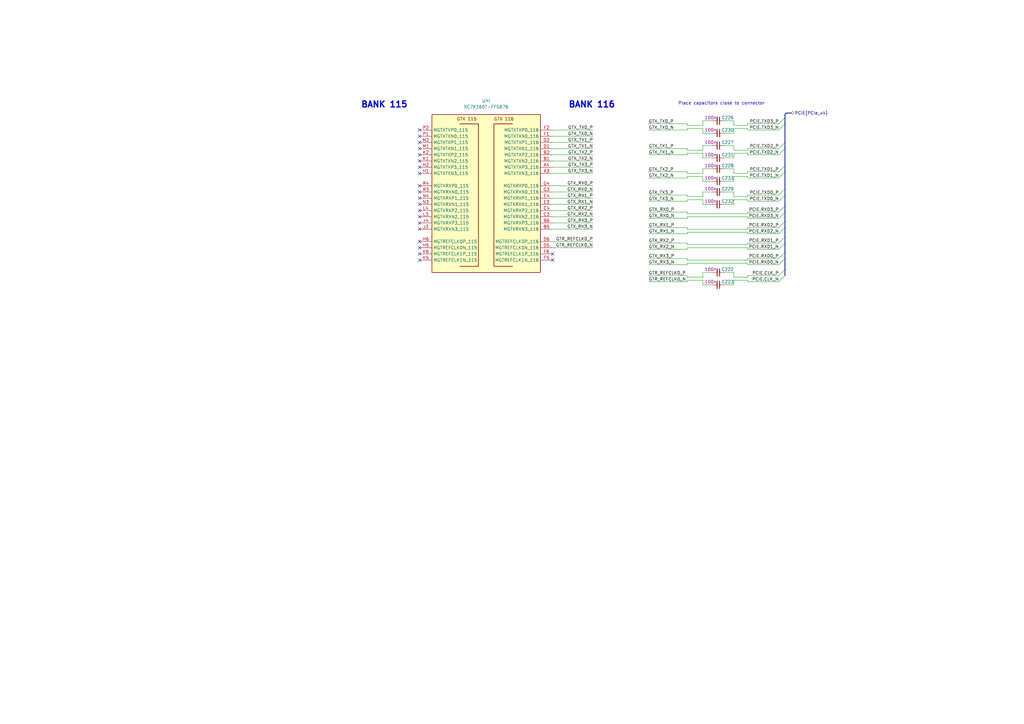
<source format=kicad_sch>
(kicad_sch (version 20211123) (generator eeschema)
  (paper "A3")
  (title_block (title "SO-DIMM DDR5 Tester") (date "2024-01-10") (rev "1.1.0") (comment 1 "www.antmicro.com") (comment 2 "Antmicro Ltd"))
  (bus_alias "PCIe_x4" (members "TXD0_P" "TXD0_N" "TXD1_P" "TXD1_N" "TXD2_P" "TXD2_N" "TXD3_P" "TXD3_N" "RXD0_P" "RXD0_N" "RXD1_P" "RXD1_N" "RXD2_P" "RXD2_N" "RXD3_P" "RXD3_N" "CLK_P" "CLK_N"))
  (no_connect (at 226.695 104.14))
  (no_connect (at 172.085 88.9))
  (no_connect (at 172.085 76.2))
  (no_connect (at 172.085 106.68))
  (no_connect (at 172.085 55.88))
  (no_connect (at 172.085 78.74))
  (no_connect (at 172.085 63.5))
  (no_connect (at 172.085 83.82))
  (no_connect (at 172.085 91.44))
  (no_connect (at 172.085 58.42))
  (no_connect (at 172.085 93.98))
  (no_connect (at 172.085 86.36))
  (no_connect (at 172.085 68.58))
  (no_connect (at 172.085 81.28))
  (no_connect (at 172.085 66.04))
  (no_connect (at 172.085 104.14))
  (no_connect (at 172.085 101.6))
  (no_connect (at 172.085 53.34))
  (no_connect (at 172.085 60.96))
  (no_connect (at 226.695 106.68))
  (no_connect (at 172.085 71.12))
  (no_connect (at 172.085 99.06))
  (bus_entry (at 319.405 50.8) (size 2.54 -2.54))
  (bus_entry (at 319.405 95.885) (size 2.54 -2.54))
  (bus_entry (at 319.405 60.96) (size 2.54 -2.54))
  (bus_entry (at 319.405 93.345) (size 2.54 -2.54))
  (bus_entry (at 319.405 86.995) (size 2.54 -2.54))
  (bus_entry (at 319.405 106.045) (size 2.54 -2.54))
  (bus_entry (at 319.405 73.025) (size 2.54 -2.54))
  (bus_entry (at 319.405 89.535) (size 2.54 -2.54))
  (bus_entry (at 319.405 70.485) (size 2.54 -2.54))
  (bus_entry (at 319.405 115.57) (size 2.54 -2.54))
  (bus_entry (at 319.405 82.55) (size 2.54 -2.54))
  (bus_entry (at 319.405 63.5) (size 2.54 -2.54))
  (bus_entry (at 319.405 53.34) (size 2.54 -2.54))
  (bus_entry (at 319.405 102.235) (size 2.54 -2.54))
  (bus_entry (at 319.405 99.695) (size 2.54 -2.54))
  (bus_entry (at 319.405 113.03) (size 2.54 -2.54))
  (bus_entry (at 319.405 80.01) (size 2.54 -2.54))
  (bus_entry (at 319.405 108.585) (size 2.54 -2.54))
  (wire (pts (xy 292.1 59.69) (xy 288.29 59.69)))
  (wire (pts (xy 288.29 113.665) (xy 281.94 113.665)))
  (wire (pts (xy 288.29 80.645) (xy 281.94 80.645)))
  (wire (pts (xy 281.94 102.235) (xy 281.94 101.6)))
  (wire (pts (xy 281.94 100.33) (xy 306.705 100.33)))
  (wire (pts (xy 266.065 73.025) (xy 281.94 73.025)))
  (wire (pts (xy 297.18 49.53) (xy 300.99 49.53)))
  (wire (pts (xy 226.695 78.74) (xy 243.205 78.74)))
  (wire (pts (xy 226.695 88.9) (xy 243.205 88.9)))
  (wire (pts (xy 292.1 78.74) (xy 288.29 78.74)))
  (wire (pts (xy 281.94 95.885) (xy 281.94 95.25)))
  (bus (pts (xy 321.945 60.96) (xy 321.945 67.945)))
  (wire (pts (xy 306.705 95.885) (xy 319.405 95.885)))
  (wire (pts (xy 300.99 72.39) (xy 300.99 74.295)))
  (wire (pts (xy 226.695 55.88) (xy 243.205 55.88)))
  (wire (pts (xy 243.205 93.98) (xy 226.695 93.98)))
  (wire (pts (xy 266.065 60.96) (xy 281.94 60.96)))
  (wire (pts (xy 292.1 64.77) (xy 288.29 64.77)))
  (wire (pts (xy 281.94 113.03) (xy 281.94 113.665)))
  (wire (pts (xy 226.695 60.96) (xy 243.205 60.96)))
  (wire (pts (xy 300.99 72.39) (xy 306.705 72.39)))
  (wire (pts (xy 266.065 53.34) (xy 281.94 53.34)))
  (wire (pts (xy 319.405 106.045) (xy 306.705 106.045)))
  (wire (pts (xy 306.705 51.435) (xy 306.705 50.8)))
  (bus (pts (xy 321.945 93.345) (xy 321.945 97.155)))
  (wire (pts (xy 319.405 50.8) (xy 306.705 50.8)))
  (wire (pts (xy 292.1 49.53) (xy 288.29 49.53)))
  (bus (pts (xy 321.945 99.695) (xy 321.945 103.505)))
  (wire (pts (xy 266.065 82.55) (xy 281.94 82.55)))
  (bus (pts (xy 321.945 48.26) (xy 321.945 50.8)))
  (wire (pts (xy 319.405 113.03) (xy 306.705 113.03)))
  (wire (pts (xy 266.065 108.585) (xy 281.94 108.585)))
  (wire (pts (xy 243.205 99.06) (xy 226.695 99.06)))
  (wire (pts (xy 288.29 61.595) (xy 281.94 61.595)))
  (wire (pts (xy 266.065 70.485) (xy 281.94 70.485)))
  (wire (pts (xy 300.99 49.53) (xy 300.99 51.435)))
  (wire (pts (xy 266.065 50.8) (xy 281.94 50.8)))
  (wire (pts (xy 300.99 52.705) (xy 300.99 54.61)))
  (wire (pts (xy 319.405 60.96) (xy 306.705 60.96)))
  (wire (pts (xy 288.29 74.295) (xy 288.29 72.39)))
  (wire (pts (xy 226.695 101.6) (xy 243.205 101.6)))
  (wire (pts (xy 306.705 82.55) (xy 319.405 82.55)))
  (wire (pts (xy 297.18 83.82) (xy 300.99 83.82)))
  (wire (pts (xy 281.94 70.485) (xy 281.94 71.12)))
  (wire (pts (xy 226.695 86.36) (xy 243.205 86.36)))
  (wire (pts (xy 226.695 71.12) (xy 243.205 71.12)))
  (wire (pts (xy 297.18 78.74) (xy 300.99 78.74)))
  (wire (pts (xy 319.405 80.01) (xy 306.705 80.01)))
  (wire (pts (xy 266.065 80.01) (xy 281.94 80.01)))
  (wire (pts (xy 306.705 89.535) (xy 319.405 89.535)))
  (wire (pts (xy 281.94 93.345) (xy 281.94 93.98)))
  (wire (pts (xy 319.405 70.485) (xy 306.705 70.485)))
  (wire (pts (xy 292.1 54.61) (xy 288.29 54.61)))
  (bus (pts (xy 321.945 50.8) (xy 321.945 58.42)))
  (wire (pts (xy 300.99 114.935) (xy 300.99 116.84)))
  (wire (pts (xy 306.705 113.665) (xy 306.705 113.03)))
  (wire (pts (xy 292.1 69.215) (xy 288.29 69.215)))
  (wire (pts (xy 288.29 83.82) (xy 288.29 81.915)))
  (wire (pts (xy 226.695 66.04) (xy 243.205 66.04)))
  (wire (pts (xy 226.695 53.34) (xy 243.205 53.34)))
  (wire (pts (xy 288.29 111.76) (xy 288.29 113.665)))
  (wire (pts (xy 297.18 116.84) (xy 300.99 116.84)))
  (wire (pts (xy 300.99 59.69) (xy 300.99 61.595)))
  (wire (pts (xy 281.94 106.045) (xy 281.94 106.68)))
  (wire (pts (xy 300.99 51.435) (xy 306.705 51.435)))
  (wire (pts (xy 297.18 59.69) (xy 300.99 59.69)))
  (wire (pts (xy 226.695 83.82) (xy 243.205 83.82)))
  (wire (pts (xy 288.29 51.435) (xy 281.94 51.435)))
  (bus (pts (xy 321.945 110.49) (xy 321.945 113.03)))
  (wire (pts (xy 300.99 113.665) (xy 306.705 113.665)))
  (wire (pts (xy 306.705 61.595) (xy 306.705 60.96)))
  (wire (pts (xy 281.94 60.96) (xy 281.94 61.595)))
  (wire (pts (xy 226.695 68.58) (xy 243.205 68.58)))
  (wire (pts (xy 306.705 88.9) (xy 306.705 89.535)))
  (wire (pts (xy 281.94 106.68) (xy 306.705 106.68)))
  (wire (pts (xy 319.405 99.695) (xy 306.705 99.695)))
  (wire (pts (xy 292.1 116.84) (xy 288.29 116.84)))
  (bus (pts (xy 321.945 46.99) (xy 321.945 48.26)))
  (wire (pts (xy 281.94 99.695) (xy 281.94 100.33)))
  (wire (pts (xy 300.99 62.865) (xy 306.705 62.865)))
  (wire (pts (xy 288.29 116.84) (xy 288.29 114.935)))
  (wire (pts (xy 281.94 115.57) (xy 281.94 114.935)))
  (wire (pts (xy 288.29 78.74) (xy 288.29 80.645)))
  (wire (pts (xy 300.99 80.645) (xy 306.705 80.645)))
  (wire (pts (xy 281.94 108.585) (xy 281.94 107.95)))
  (bus (pts (xy 321.945 77.47) (xy 321.945 80.01)))
  (wire (pts (xy 306.705 107.95) (xy 306.705 108.585)))
  (wire (pts (xy 319.405 86.995) (xy 306.705 86.995)))
  (wire (pts (xy 300.99 52.705) (xy 306.705 52.705)))
  (wire (pts (xy 281.94 93.98) (xy 306.705 93.98)))
  (bus (pts (xy 321.945 70.485) (xy 321.945 77.47)))
  (wire (pts (xy 266.065 89.535) (xy 281.94 89.535)))
  (wire (pts (xy 297.18 111.76) (xy 300.99 111.76)))
  (wire (pts (xy 281.94 63.5) (xy 281.94 62.865)))
  (wire (pts (xy 300.99 62.865) (xy 300.99 64.77)))
  (wire (pts (xy 266.065 113.03) (xy 281.94 113.03)))
  (wire (pts (xy 306.705 115.57) (xy 319.405 115.57)))
  (bus (pts (xy 321.945 86.995) (xy 321.945 90.805)))
  (bus (pts (xy 324.485 46.355) (xy 322.58 46.355)))
  (wire (pts (xy 306.705 87.63) (xy 306.705 86.995)))
  (wire (pts (xy 281.94 50.8) (xy 281.94 51.435)))
  (wire (pts (xy 306.705 73.025) (xy 319.405 73.025)))
  (wire (pts (xy 281.94 86.995) (xy 281.94 87.63)))
  (wire (pts (xy 281.94 95.25) (xy 306.705 95.25)))
  (wire (pts (xy 281.94 73.025) (xy 281.94 72.39)))
  (wire (pts (xy 226.695 81.28) (xy 243.205 81.28)))
  (wire (pts (xy 281.94 88.9) (xy 306.705 88.9)))
  (wire (pts (xy 306.705 100.33) (xy 306.705 99.695)))
  (wire (pts (xy 306.705 53.34) (xy 319.405 53.34)))
  (bus (pts (xy 321.945 97.155) (xy 321.945 99.695)))
  (wire (pts (xy 288.29 64.77) (xy 288.29 62.865)))
  (wire (pts (xy 292.1 111.76) (xy 288.29 111.76)))
  (wire (pts (xy 281.94 114.935) (xy 288.29 114.935)))
  (wire (pts (xy 300.99 81.915) (xy 300.99 83.82)))
  (wire (pts (xy 300.99 69.215) (xy 300.99 71.12)))
  (wire (pts (xy 288.29 69.215) (xy 288.29 71.12)))
  (wire (pts (xy 266.065 115.57) (xy 281.94 115.57)))
  (wire (pts (xy 288.29 71.12) (xy 281.94 71.12)))
  (bus (pts (xy 322.58 46.355) (xy 321.945 46.99)))
  (wire (pts (xy 306.705 101.6) (xy 306.705 102.235)))
  (wire (pts (xy 281.94 52.705) (xy 288.29 52.705)))
  (bus (pts (xy 321.945 84.455) (xy 321.945 86.995)))
  (wire (pts (xy 266.065 106.045) (xy 281.94 106.045)))
  (bus (pts (xy 321.945 106.045) (xy 321.945 110.49)))
  (wire (pts (xy 306.705 81.915) (xy 306.705 82.55)))
  (wire (pts (xy 281.94 87.63) (xy 306.705 87.63)))
  (wire (pts (xy 281.94 107.95) (xy 306.705 107.95)))
  (wire (pts (xy 300.99 61.595) (xy 306.705 61.595)))
  (wire (pts (xy 281.94 62.865) (xy 288.29 62.865)))
  (wire (pts (xy 288.29 54.61) (xy 288.29 52.705)))
  (wire (pts (xy 288.29 49.53) (xy 288.29 51.435)))
  (wire (pts (xy 297.18 74.295) (xy 300.99 74.295)))
  (bus (pts (xy 321.945 103.505) (xy 321.945 106.045)))
  (wire (pts (xy 306.705 63.5) (xy 319.405 63.5)))
  (wire (pts (xy 266.065 102.235) (xy 281.94 102.235)))
  (wire (pts (xy 306.705 80.645) (xy 306.705 80.01)))
  (wire (pts (xy 281.94 80.01) (xy 281.94 80.645)))
  (wire (pts (xy 306.705 102.235) (xy 319.405 102.235)))
  (wire (pts (xy 300.99 81.915) (xy 306.705 81.915)))
  (wire (pts (xy 292.1 74.295) (xy 288.29 74.295)))
  (wire (pts (xy 306.705 71.12) (xy 306.705 70.485)))
  (bus (pts (xy 321.945 80.01) (xy 321.945 84.455)))
  (wire (pts (xy 306.705 108.585) (xy 319.405 108.585)))
  (wire (pts (xy 306.705 72.39) (xy 306.705 73.025)))
  (wire (pts (xy 297.18 64.77) (xy 300.99 64.77)))
  (wire (pts (xy 266.065 93.345) (xy 281.94 93.345)))
  (wire (pts (xy 306.705 114.935) (xy 306.705 115.57)))
  (wire (pts (xy 306.705 93.98) (xy 306.705 93.345)))
  (wire (pts (xy 297.18 54.61) (xy 300.99 54.61)))
  (wire (pts (xy 266.065 95.885) (xy 281.94 95.885)))
  (wire (pts (xy 306.705 52.705) (xy 306.705 53.34)))
  (wire (pts (xy 300.99 78.74) (xy 300.99 80.645)))
  (wire (pts (xy 226.695 63.5) (xy 243.205 63.5)))
  (wire (pts (xy 226.695 76.2) (xy 243.205 76.2)))
  (wire (pts (xy 281.94 82.55) (xy 281.94 81.915)))
  (bus (pts (xy 321.945 90.805) (xy 321.945 93.345)))
  (wire (pts (xy 281.94 89.535) (xy 281.94 88.9)))
  (wire (pts (xy 266.065 63.5) (xy 281.94 63.5)))
  (wire (pts (xy 288.29 59.69) (xy 288.29 61.595)))
  (wire (pts (xy 300.99 71.12) (xy 306.705 71.12)))
  (bus (pts (xy 321.945 58.42) (xy 321.945 60.96)))
  (wire (pts (xy 319.405 93.345) (xy 306.705 93.345)))
  (wire (pts (xy 300.99 114.935) (xy 306.705 114.935)))
  (wire (pts (xy 292.1 83.82) (xy 288.29 83.82)))
  (wire (pts (xy 306.705 106.68) (xy 306.705 106.045)))
  (wire (pts (xy 297.18 69.215) (xy 300.99 69.215)))
  (wire (pts (xy 281.94 72.39) (xy 288.29 72.39)))
  (wire (pts (xy 281.94 101.6) (xy 306.705 101.6)))
  (wire (pts (xy 306.705 95.25) (xy 306.705 95.885)))
  (bus (pts (xy 321.945 67.945) (xy 321.945 70.485)))
  (wire (pts (xy 281.94 81.915) (xy 288.29 81.915)))
  (wire (pts (xy 306.705 62.865) (xy 306.705 63.5)))
  (wire (pts (xy 266.065 99.695) (xy 281.94 99.695)))
  (wire (pts (xy 266.065 86.995) (xy 281.94 86.995)))
  (wire (pts (xy 300.99 111.76) (xy 300.99 113.665)))
  (wire (pts (xy 226.695 91.44) (xy 243.205 91.44)))
  (wire (pts (xy 281.94 53.34) (xy 281.94 52.705)))
  (wire (pts (xy 226.695 58.42) (xy 243.205 58.42)))
  (text "Place capacitors close to connector" (at 278.13 43.18 0) (effects (font (size 1.27 1.27)) (justify left bottom)))
  (text "BANK 115" (at 147.955 44.45 0) (effects (font (size 2.4892 2.4892) (thickness 0.4978) bold) (justify left bottom)))
  (text "BANK 116" (at 233.045 44.45 0) (effects (font (size 2.4892 2.4892) (thickness 0.4978) bold) (justify left bottom)))
  (label "GTX_TX3_P" (at 266.065 80.01 0))
  (label "GTX_TX3_N" (at 266.065 82.55 0))
  (label "PCIE.TXD2_N" (at 319.405 63.5 180))
  (label "PCIE.TXD2_P" (at 319.405 60.96 180))
  (label "PCIE.TXD0_N" (at 319.405 82.55 180))
  (label "GTX_RX2_N" (at 266.065 102.235 0))
  (label "GTX_TX1_N" (at 243.205 60.96 180))
  (label "GTR_REFCLK0_N" (at 266.065 115.57 0))
  (label "GTX_RX1_N" (at 243.205 83.82 180))
  (label "GTX_TX0_P" (at 243.205 53.34 180))
  (label "GTX_RX0_N" (at 266.065 89.535 0))
  (label "GTX_RX0_P" (at 266.065 86.995 0))
  (label "GTX_TX3_N" (at 243.205 71.12 180))
  (label "PCIE.RXD3_P" (at 319.405 86.995 180))
  (label "GTX_RX2_P" (at 243.205 86.36 180))
  (label "PCIE.CLK_N" (at 319.405 115.57 180))
  (label "PCIE.RXD0_N" (at 319.405 108.585 180))
  (label "PCIE.RXD0_P" (at 319.405 106.045 180))
  (label "GTX_TX2_P" (at 266.065 70.485 0))
  (label "GTX_RX3_N" (at 266.065 108.585 0))
  (label "GTX_TX2_P" (at 243.205 63.5 180))
  (label "PCIE.TXD3_N" (at 319.405 53.34 180))
  (label "GTX_RX3_N" (at 243.205 93.98 180))
  (label "PCIE.RXD3_N" (at 319.405 89.535 180))
  (label "GTX_TX0_N" (at 243.205 55.88 180))
  (label "GTX_RX3_P" (at 243.205 91.44 180))
  (label "GTX_RX3_P" (at 266.065 106.045 0))
  (label "GTR_REFCLK0_P" (at 266.065 113.03 0))
  (label "GTX_RX2_P" (at 266.065 99.695 0))
  (label "GTX_TX3_P" (at 243.205 68.58 180))
  (label "PCIE.TXD1_P" (at 319.405 70.485 180))
  (label "GTX_TX0_N" (at 266.065 53.34 0))
  (label "GTX_RX0_N" (at 243.205 78.74 180))
  (label "GTX_TX2_N" (at 243.205 66.04 180))
  (label "PCIE.TXD3_P" (at 319.405 50.8 180))
  (label "GTX_TX1_P" (at 243.205 58.42 180))
  (label "GTX_RX1_P" (at 243.205 81.28 180))
  (label "GTX_RX1_P" (at 266.065 93.345 0))
  (label "GTX_TX1_P" (at 266.065 60.96 0))
  (label "GTX_RX2_N" (at 243.205 88.9 180))
  (label "PCIE.RXD2_P" (at 319.405 93.345 180))
  (label "PCIE.CLK_P" (at 319.405 113.03 180))
  (label "GTR_REFCLK0_P" (at 243.205 99.06 180))
  (label "PCIE.TXD1_N" (at 319.405 73.025 180))
  (label "GTX_TX1_N" (at 266.065 63.5 0))
  (label "PCIE.RXD1_N" (at 319.405 102.235 180))
  (label "PCIE.TXD0_P" (at 319.405 80.01 180))
  (label "GTX_TX2_N" (at 266.065 73.025 0))
  (label "GTX_TX0_P" (at 266.065 50.8 0))
  (label "GTR_REFCLK0_N" (at 243.205 101.6 180))
  (label "PCIE.RXD2_N" (at 319.405 95.885 180))
  (label "GTX_RX0_P" (at 243.205 76.2 180))
  (label "PCIE.RXD1_P" (at 319.405 99.695 180))
  (label "GTX_RX1_N" (at 266.065 95.885 0))
  (hierarchical_label "PCIE{PCIe_x4}" (shape bidirectional) (at 324.485 46.355 0))
  (symbol (lib_id "sodimm-ddr5-tester:C_100n_0402") (at 297.18 59.69 0) (mirror y) (unit 1)
    (property "Reference" "C227" (at 298.45 58.42 0))
    (property "Value" "C_100n_0402" (effects hide))
    (property "Footprint" "sodimm-ddr5-tester-footprints:C_0402_1005Metric" (effects hide))
    (property "Datasheet" "https://search.murata.co.jp/Ceramy/image/img/A01X/G101/ENG/GRM155R61H104KE14-01.pdf" (effects hide))
    (property "Manufacturer" "Murata" (effects hide))
    (property "MPN" "GRM155R61H104KE14D" (effects hide))
    (property "Val" "100n" (at 291.465 58.42 0))
    (property "License" "Apache-2.0" (effects hide))
    (property "Author" "Antmicro" (effects hide))
    (property "Voltage" "50V" (effects hide))
    (property "Dielectric" "X5R" (effects hide))
  )
  (symbol (lib_id "sodimm-ddr5-tester:C_100n_0402") (at 297.18 111.76 0) (mirror y) (unit 1)
    (property "Reference" "C222" (at 298.45 110.49 0))
    (property "Value" "C_100n_0402" (effects hide))
    (property "Footprint" "sodimm-ddr5-tester-footprints:C_0402_1005Metric" (effects hide))
    (property "Datasheet" "https://search.murata.co.jp/Ceramy/image/img/A01X/G101/ENG/GRM155R61H104KE14-01.pdf" (effects hide))
    (property "Manufacturer" "Murata" (effects hide))
    (property "MPN" "GRM155R61H104KE14D" (effects hide))
    (property "Val" "100n" (at 291.465 110.49 0))
    (property "License" "Apache-2.0" (effects hide))
    (property "Author" "Antmicro" (effects hide))
    (property "Voltage" "50V" (effects hide))
    (property "Dielectric" "X5R" (effects hide))
  )
  (symbol (lib_id "sodimm-ddr5-tester:C_100n_0402") (at 297.18 69.215 0) (mirror y) (unit 1)
    (property "Reference" "C228" (at 298.45 67.945 0))
    (property "Value" "C_100n_0402" (effects hide))
    (property "Footprint" "sodimm-ddr5-tester-footprints:C_0402_1005Metric" (effects hide))
    (property "Datasheet" "https://search.murata.co.jp/Ceramy/image/img/A01X/G101/ENG/GRM155R61H104KE14-01.pdf" (effects hide))
    (property "Manufacturer" "Murata" (effects hide))
    (property "MPN" "GRM155R61H104KE14D" (effects hide))
    (property "Val" "100n" (at 291.465 67.945 0))
    (property "License" "Apache-2.0" (effects hide))
    (property "Author" "Antmicro" (effects hide))
    (property "Voltage" "50V" (effects hide))
    (property "Dielectric" "X5R" (effects hide))
  )
  (symbol (lib_id "sodimm-ddr5-tester:C_100n_0402") (at 297.18 83.82 0) (mirror y) (unit 1)
    (property "Reference" "C232" (at 298.45 82.55 0))
    (property "Value" "C_100n_0402" (effects hide))
    (property "Footprint" "sodimm-ddr5-tester-footprints:C_0402_1005Metric" (effects hide))
    (property "Datasheet" "https://search.murata.co.jp/Ceramy/image/img/A01X/G101/ENG/GRM155R61H104KE14-01.pdf" (effects hide))
    (property "Manufacturer" "Murata" (effects hide))
    (property "MPN" "GRM155R61H104KE14D" (effects hide))
    (property "Val" "100n" (at 291.465 82.55 0))
    (property "License" "Apache-2.0" (effects hide))
    (property "Author" "Antmicro" (effects hide))
    (property "Voltage" "50V" (effects hide))
    (property "Dielectric" "X5R" (effects hide))
  )
  (symbol (lib_id "sodimm-ddr5-tester:C_100n_0402") (at 297.18 49.53 0) (mirror y) (unit 1)
    (property "Reference" "C226" (at 298.45 48.26 0))
    (property "Value" "C_100n_0402" (effects hide))
    (property "Footprint" "sodimm-ddr5-tester-footprints:C_0402_1005Metric" (effects hide))
    (property "Datasheet" "https://search.murata.co.jp/Ceramy/image/img/A01X/G101/ENG/GRM155R61H104KE14-01.pdf" (effects hide))
    (property "Manufacturer" "Murata" (effects hide))
    (property "MPN" "GRM155R61H104KE14D" (effects hide))
    (property "Val" "100n" (at 291.465 48.26 0))
    (property "License" "Apache-2.0" (effects hide))
    (property "Author" "Antmicro" (effects hide))
    (property "Voltage" "50V" (effects hide))
    (property "Dielectric" "X5R" (effects hide))
  )
  (symbol (lib_id "sodimm-ddr5-tester:C_100n_0402") (at 297.18 54.61 0) (mirror y) (unit 1)
    (property "Reference" "C230" (at 298.45 53.34 0))
    (property "Value" "C_100n_0402" (effects hide))
    (property "Footprint" "sodimm-ddr5-tester-footprints:C_0402_1005Metric" (effects hide))
    (property "Datasheet" "https://search.murata.co.jp/Ceramy/image/img/A01X/G101/ENG/GRM155R61H104KE14-01.pdf" (effects hide))
    (property "Manufacturer" "Murata" (effects hide))
    (property "MPN" "GRM155R61H104KE14D" (effects hide))
    (property "Val" "100n" (at 291.465 53.34 0))
    (property "License" "Apache-2.0" (effects hide))
    (property "Author" "Antmicro" (effects hide))
    (property "Voltage" "50V" (effects hide))
    (property "Dielectric" "X5R" (effects hide))
  )
  (symbol (lib_id "sodimm-ddr5-tester:C_100n_0402") (at 292.1 74.295 0) (mirror x) (unit 1)
    (property "Reference" "C233" (at 298.45 73.025 0))
    (property "Value" "C_100n_0402" (effects hide))
    (property "Footprint" "sodimm-ddr5-tester-footprints:C_0402_1005Metric" (effects hide))
    (property "Datasheet" "https://search.murata.co.jp/Ceramy/image/img/A01X/G101/ENG/GRM155R61H104KE14-01.pdf" (effects hide))
    (property "Manufacturer" "Murata" (effects hide))
    (property "MPN" "GRM155R61H104KE14D" (effects hide))
    (property "Val" "100n" (at 291.465 73.025 0))
    (property "License" "Apache-2.0" (effects hide))
    (property "Author" "Antmicro" (effects hide))
    (property "Voltage" "50V" (effects hide))
    (property "Dielectric" "X5R" (effects hide))
  )
  (symbol (lib_id "sodimm-ddr5-tester:XC7K160T-FFG676") (at 172.085 53.34 0) (unit 9)
    (property "Reference" "U4" (at 199.39 41.275 0))
    (property "Value" "XC7K160T-FFG676" (at 199.39 43.815 0))
    (property "Footprint" "sodimm-ddr5-tester-footprints:BGA-676_27x27mm_Layout26x26_P1X1mm" (effects hide))
    (property "Datasheet" "https://docs.xilinx.com/v/u/en-US/ds180_7Series_Overview" (effects hide))
    (property "MPN" "XC7K160T-FFG676" (effects hide))
    (property "Author" "Antmicro" (effects hide))
    (property "License" "Apache-2.0" (effects hide))
    (property "Manufacturer" "Xilinx" (effects hide))
  )
  (symbol (lib_id "sodimm-ddr5-tester:C_100n_0402") (at 297.18 78.74 0) (mirror y) (unit 1)
    (property "Reference" "C229" (at 298.45 77.47 0))
    (property "Value" "C_100n_0402" (effects hide))
    (property "Footprint" "sodimm-ddr5-tester-footprints:C_0402_1005Metric" (effects hide))
    (property "Datasheet" "https://search.murata.co.jp/Ceramy/image/img/A01X/G101/ENG/GRM155R61H104KE14-01.pdf" (effects hide))
    (property "Manufacturer" "Murata" (effects hide))
    (property "MPN" "GRM155R61H104KE14D" (effects hide))
    (property "Val" "100n" (at 291.465 77.47 0))
    (property "License" "Apache-2.0" (effects hide))
    (property "Author" "Antmicro" (effects hide))
    (property "Voltage" "50V" (effects hide))
    (property "Dielectric" "X5R" (effects hide))
  )
  (symbol (lib_id "sodimm-ddr5-tester:C_100n_0402") (at 297.18 116.84 0) (mirror y) (unit 1)
    (property "Reference" "C223" (at 298.45 115.57 0))
    (property "Value" "C_100n_0402" (effects hide))
    (property "Footprint" "sodimm-ddr5-tester-footprints:C_0402_1005Metric" (effects hide))
    (property "Datasheet" "https://search.murata.co.jp/Ceramy/image/img/A01X/G101/ENG/GRM155R61H104KE14-01.pdf" (effects hide))
    (property "Manufacturer" "Murata" (effects hide))
    (property "MPN" "GRM155R61H104KE14D" (effects hide))
    (property "Val" "100n" (at 291.465 115.57 0))
    (property "License" "Apache-2.0" (effects hide))
    (property "Author" "Antmicro" (effects hide))
    (property "Voltage" "50V" (effects hide))
    (property "Dielectric" "X5R" (effects hide))
  )
  (symbol (lib_id "sodimm-ddr5-tester:C_100n_0402") (at 297.18 64.77 0) (mirror y) (unit 1)
    (property "Reference" "C231" (at 298.45 63.5 0))
    (property "Value" "C_100n_0402" (effects hide))
    (property "Footprint" "sodimm-ddr5-tester-footprints:C_0402_1005Metric" (effects hide))
    (property "Datasheet" "https://search.murata.co.jp/Ceramy/image/img/A01X/G101/ENG/GRM155R61H104KE14-01.pdf" (effects hide))
    (property "Manufacturer" "Murata" (effects hide))
    (property "MPN" "GRM155R61H104KE14D" (effects hide))
    (property "Val" "100n" (at 291.465 63.5 0))
    (property "License" "Apache-2.0" (effects hide))
    (property "Author" "Antmicro" (effects hide))
    (property "Voltage" "50V" (effects hide))
    (property "Dielectric" "X5R" (effects hide))
  )
)
</source>
